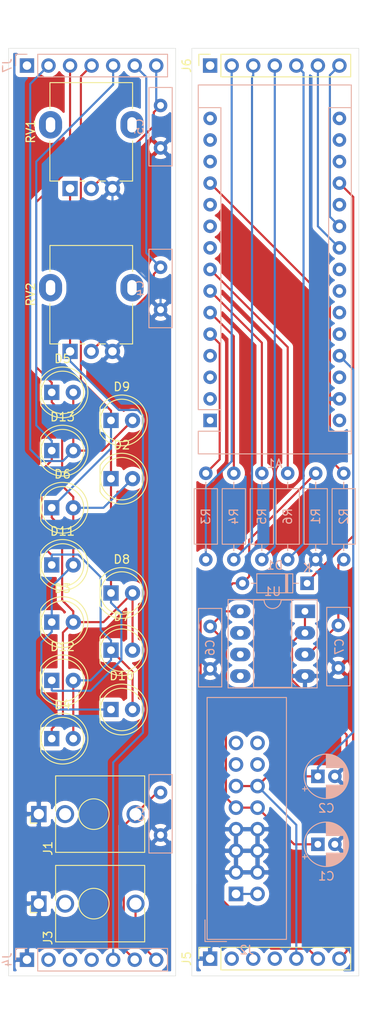
<source format=kicad_pcb>
(kicad_pcb (version 20171130) (host pcbnew "(5.1.2)-2")
  (layers (0 F.Cu signal) (31 B.Cu signal) (34 B.Paste user) (35 F.Paste user) (36 B.SilkS user) (37 F.SilkS user) (38 B.Mask user) (39 F.Mask user) (44 Edge.Cuts user))
  (net 0 "")
  (net 1 "Net-(A1-Pad16)")
  (net 2 "Net-(A1-Pad15)")
  (net 3 "Net-(A1-Pad30)")
  (net 4 "Net-(A1-Pad14)")
  (net 5 GND)
  (net 6 "Net-(A1-Pad13)")
  (net 7 "Net-(A1-Pad28)")
  (net 8 /QUANT_OUT)
  (net 9 +5V)
  (net 10 "Net-(A1-Pad11)")
  (net 11 "Net-(A1-Pad26)")
  (net 12 "Net-(A1-Pad10)")
  (net 13 "Net-(A1-Pad25)")
  (net 14 "Net-(A1-Pad9)")
  (net 15 "Net-(A1-Pad24)")
  (net 16 /LED_D)
  (net 17 "Net-(A1-Pad23)")
  (net 18 /LED_C)
  (net 19 /SCALE_SELECT)
  (net 20 /LED_B)
  (net 21 /NOTE_SELECT)
  (net 22 /LED_A)
  (net 23 "Net-(A1-Pad20)")
  (net 24 "Net-(A1-Pad4)")
  (net 25 /CV_IN)
  (net 26 "Net-(A1-Pad3)")
  (net 27 "Net-(A1-Pad18)")
  (net 28 "Net-(A1-Pad2)")
  (net 29 "Net-(A1-Pad17)")
  (net 30 "Net-(A1-Pad1)")
  (net 31 +12V)
  (net 32 "Net-(C7-Pad1)")
  (net 33 "Net-(J2-Pad16)")
  (net 34 "Net-(J2-Pad15)")
  (net 35 "Net-(J2-Pad14)")
  (net 36 "Net-(J2-Pad13)")
  (net 37 -12V)
  (net 38 /GND_PCB_B)
  (net 39 "Net-(J4-Pad4)")
  (net 40 "Net-(J4-Pad3)")
  (net 41 "Net-(J4-Pad2)")
  (net 42 "Net-(J5-Pad4)")
  (net 43 "Net-(J5-Pad3)")
  (net 44 "Net-(J5-Pad2)")
  (net 45 "Net-(J6-Pad1)")
  (net 46 "Net-(J7-Pad1)")
  (net 47 /Q_OUT_PCB_B)
  (net 48 /Q_OUT_PCB_A)
  (net 49 /CV_IN_PCB_A)
  (net 50 /CV_IN_PCB_B)
  (net 51 /5V_PCB_B)
  (net 52 /LED_D_PCB_B)
  (net 53 /LED_C_PCB_B)
  (net 54 /LED_A_PCB_B)
  (net 55 /LED_B_PCB_B)
  (net 56 "Net-(A1-Pad8)")
  (net 57 "Net-(A1-Pad7)")
  (net 58 "Net-(A1-Pad6)")
  (net 59 "Net-(A1-Pad5)")
  (net 60 /SCALE_SELECT_PCB_B)
  (net 61 /NOTE_SELECT_PCB_B)
  (module Connector_PinHeader_2.54mm:PinHeader_1x07_P2.54mm_Vertical (layer B.Cu) (at 49.784 36.322 270)
    (fp_text reference J7 (at 0 2.33 90) (layer B.SilkS) (effects (justify mirror)))
    (fp_text value Conn_01x07_Male)
    (pad 7 thru_hole oval (at 0 -15.24 270) (size 1.7 1.7) (drill 1) (layers *.Cu *.Mask) (net 61 /NOTE_SELECT_PCB_B))
    (pad 6 thru_hole oval (at 0 -12.7 270) (size 1.7 1.7) (drill 1) (layers *.Cu *.Mask) (net 60 /SCALE_SELECT_PCB_B))
    (pad 5 thru_hole oval (at 0 -10.16 270) (size 1.7 1.7) (drill 1) (layers *.Cu *.Mask) (net 52 /LED_D_PCB_B))
    (pad 4 thru_hole oval (at 0 -7.62 270) (size 1.7 1.7) (drill 1) (layers *.Cu *.Mask) (net 53 /LED_C_PCB_B))
    (pad 3 thru_hole oval (at 0 -5.08 270) (size 1.7 1.7) (drill 1) (layers *.Cu *.Mask) (net 55 /LED_B_PCB_B))
    (pad 2 thru_hole oval (at 0 -2.54 270) (size 1.7 1.7) (drill 1) (layers *.Cu *.Mask) (net 54 /LED_A_PCB_B))
    (pad 1 thru_hole rect (at 0 0 270) (size 1.7 1.7) (drill 1) (layers *.Cu *.Mask) (net 46 "Net-(J7-Pad1)"))
  )
  (module Connector_PinSocket_2.54mm:PinSocket_1x07_P2.54mm_Vertical (layer F.Cu) (at 71.374 36.322 90)
    (fp_text reference J6 (at 0 -2.77 90) (layer F.SilkS))
    (fp_text value Conn_01x07_Female)
    (pad 7 thru_hole oval (at 0 15.24 90) (size 1.7 1.7) (drill 1) (layers *.Cu *.Mask) (net 21 /NOTE_SELECT))
    (pad 6 thru_hole oval (at 0 12.7 90) (size 1.7 1.7) (drill 1) (layers *.Cu *.Mask) (net 19 /SCALE_SELECT))
    (pad 5 thru_hole oval (at 0 10.16 90) (size 1.7 1.7) (drill 1) (layers *.Cu *.Mask) (net 16 /LED_D))
    (pad 4 thru_hole oval (at 0 7.62 90) (size 1.7 1.7) (drill 1) (layers *.Cu *.Mask) (net 18 /LED_C))
    (pad 3 thru_hole oval (at 0 5.08 90) (size 1.7 1.7) (drill 1) (layers *.Cu *.Mask) (net 20 /LED_B))
    (pad 2 thru_hole oval (at 0 2.54 90) (size 1.7 1.7) (drill 1) (layers *.Cu *.Mask) (net 22 /LED_A))
    (pad 1 thru_hole rect (at 0 0 90) (size 1.7 1.7) (drill 1) (layers *.Cu *.Mask) (net 45 "Net-(J6-Pad1)"))
  )
  (module Connector_PinSocket_2.54mm:PinSocket_1x07_P2.54mm_Vertical (layer F.Cu) (at 71.374 141.478 90)
    (fp_text reference J5 (at 0 -2.77 90) (layer F.SilkS))
    (fp_text value Conn_01x07_Female)
    (pad 7 thru_hole oval (at 0 15.24 90) (size 1.7 1.7) (drill 1) (layers *.Cu *.Mask) (net 48 /Q_OUT_PCB_A))
    (pad 6 thru_hole oval (at 0 12.7 90) (size 1.7 1.7) (drill 1) (layers *.Cu *.Mask) (net 49 /CV_IN_PCB_A))
    (pad 5 thru_hole oval (at 0 10.16 90) (size 1.7 1.7) (drill 1) (layers *.Cu *.Mask) (net 9 +5V))
    (pad 4 thru_hole oval (at 0 7.62 90) (size 1.7 1.7) (drill 1) (layers *.Cu *.Mask) (net 42 "Net-(J5-Pad4)"))
    (pad 3 thru_hole oval (at 0 5.08 90) (size 1.7 1.7) (drill 1) (layers *.Cu *.Mask) (net 43 "Net-(J5-Pad3)"))
    (pad 2 thru_hole oval (at 0 2.54 90) (size 1.7 1.7) (drill 1) (layers *.Cu *.Mask) (net 44 "Net-(J5-Pad2)"))
    (pad 1 thru_hole rect (at 0 0 90) (size 1.7 1.7) (drill 1) (layers *.Cu *.Mask) (net 5 GND))
  )
  (module Connector_PinHeader_2.54mm:PinHeader_1x07_P2.54mm_Vertical (layer B.Cu) (at 49.784 141.605 270)
    (fp_text reference J4 (at 0 2.33 270) (layer B.SilkS) (effects (justify mirror)))
    (fp_text value Conn_01x07_Male)
    (pad 7 thru_hole oval (at 0 -15.24 270) (size 1.7 1.7) (drill 1) (layers *.Cu *.Mask) (net 47 /Q_OUT_PCB_B))
    (pad 6 thru_hole oval (at 0 -12.7 270) (size 1.7 1.7) (drill 1) (layers *.Cu *.Mask) (net 50 /CV_IN_PCB_B))
    (pad 5 thru_hole oval (at 0 -10.16 270) (size 1.7 1.7) (drill 1) (layers *.Cu *.Mask) (net 51 /5V_PCB_B))
    (pad 4 thru_hole oval (at 0 -7.62 270) (size 1.7 1.7) (drill 1) (layers *.Cu *.Mask) (net 39 "Net-(J4-Pad4)"))
    (pad 3 thru_hole oval (at 0 -5.08 270) (size 1.7 1.7) (drill 1) (layers *.Cu *.Mask) (net 40 "Net-(J4-Pad3)"))
    (pad 2 thru_hole oval (at 0 -2.54 270) (size 1.7 1.7) (drill 1) (layers *.Cu *.Mask) (net 41 "Net-(J4-Pad2)"))
    (pad 1 thru_hole rect (at 0 0 270) (size 1.7 1.7) (drill 1) (layers *.Cu *.Mask) (net 38 /GND_PCB_B))
  )
  (module Package_DIP:DIP-8_W7.62mm_Socket_LongPads (layer B.Cu) (at 82.55 100.584 180)
    (fp_text reference U1 (at 3.81 2.33) (layer B.SilkS) (effects (justify mirror)))
    (fp_text value LM358)
    (pad 8 thru_hole oval (at 7.62 0 180) (size 2.4 1.6) (drill 0.8) (layers *.Cu *.Mask) (net 31 +12V))
    (pad 4 thru_hole oval (at 0 -7.62 180) (size 2.4 1.6) (drill 0.8) (layers *.Cu *.Mask) (net 5 GND))
    (pad 7 thru_hole oval (at 7.62 -2.54 180) (size 2.4 1.6) (drill 0.8) (layers *.Cu *.Mask))
    (pad 3 thru_hole oval (at 0 -5.08 180) (size 2.4 1.6) (drill 0.8) (layers *.Cu *.Mask) (net 32 "Net-(C7-Pad1)"))
    (pad 6 thru_hole oval (at 7.62 -5.08 180) (size 2.4 1.6) (drill 0.8) (layers *.Cu *.Mask))
    (pad 2 thru_hole oval (at 0 -2.54 180) (size 2.4 1.6) (drill 0.8) (layers *.Cu *.Mask) (net 48 /Q_OUT_PCB_A))
    (pad 5 thru_hole oval (at 7.62 -7.62 180) (size 2.4 1.6) (drill 0.8) (layers *.Cu *.Mask))
    (pad 1 thru_hole rect (at 0 0 180) (size 2.4 1.6) (drill 0.8) (layers *.Cu *.Mask) (net 48 /Q_OUT_PCB_A))
  )
  (module Potentiometer_THT:Potentiometer_Alpha_RD901F-40-00D_Single_Vertical (layer F.Cu) (at 54.864 69.977 90)
    (fp_text reference RV2 (at 6.71 -4.64 270) (layer F.SilkS))
    (fp_text value "100k Scale")
    (pad "" thru_hole oval (at 7.5 -2.3 180) (size 2.72 3.24) (drill oval 1.1 1.8) (layers *.Cu *.Mask))
    (pad "" thru_hole oval (at 7.5 7.3 180) (size 2.72 3.24) (drill oval 1.1 1.8) (layers *.Cu *.Mask))
    (pad 3 thru_hole circle (at 0 5 180) (size 1.8 1.8) (drill 1) (layers *.Cu *.Mask) (net 38 /GND_PCB_B))
    (pad 2 thru_hole circle (at 0 2.5 180) (size 1.8 1.8) (drill 1) (layers *.Cu *.Mask) (net 60 /SCALE_SELECT_PCB_B))
    (pad 1 thru_hole rect (at 0 0 180) (size 1.8 1.8) (drill 1) (layers *.Cu *.Mask) (net 51 /5V_PCB_B))
  )
  (module Potentiometer_THT:Potentiometer_Alpha_RD901F-40-00D_Single_Vertical (layer F.Cu) (at 54.864 50.8 90)
    (fp_text reference RV1 (at 6.71 -4.64 270) (layer F.SilkS))
    (fp_text value "100k Note")
    (pad "" thru_hole oval (at 7.5 -2.3 180) (size 2.72 3.24) (drill oval 1.1 1.8) (layers *.Cu *.Mask))
    (pad "" thru_hole oval (at 7.5 7.3 180) (size 2.72 3.24) (drill oval 1.1 1.8) (layers *.Cu *.Mask))
    (pad 3 thru_hole circle (at 0 5 180) (size 1.8 1.8) (drill 1) (layers *.Cu *.Mask) (net 38 /GND_PCB_B))
    (pad 2 thru_hole circle (at 0 2.5 180) (size 1.8 1.8) (drill 1) (layers *.Cu *.Mask) (net 61 /NOTE_SELECT_PCB_B))
    (pad 1 thru_hole rect (at 0 0 180) (size 1.8 1.8) (drill 1) (layers *.Cu *.Mask) (net 51 /5V_PCB_B))
  )
  (module Resistor_THT:R_Axial_DIN0207_L6.3mm_D2.5mm_P10.16mm_Horizontal (layer B.Cu) (at 80.518 94.488 90)
    (fp_text reference R6 (at 5.08 0 270) (layer B.SilkS) (effects (justify mirror)))
    (fp_text value 330)
    (pad 2 thru_hole oval (at 10.16 0 90) (size 1.6 1.6) (drill 0.8) (layers *.Cu *.Mask) (net 56 "Net-(A1-Pad8)"))
    (pad 1 thru_hole circle (at 0 0 90) (size 1.6 1.6) (drill 0.8) (layers *.Cu *.Mask) (net 16 /LED_D))
  )
  (module Resistor_THT:R_Axial_DIN0207_L6.3mm_D2.5mm_P10.16mm_Horizontal (layer B.Cu) (at 77.47 94.488 90)
    (fp_text reference R5 (at 5.08 0 270) (layer B.SilkS) (effects (justify mirror)))
    (fp_text value 330)
    (pad 2 thru_hole oval (at 10.16 0 90) (size 1.6 1.6) (drill 0.8) (layers *.Cu *.Mask) (net 57 "Net-(A1-Pad7)"))
    (pad 1 thru_hole circle (at 0 0 90) (size 1.6 1.6) (drill 0.8) (layers *.Cu *.Mask) (net 18 /LED_C))
  )
  (module Resistor_THT:R_Axial_DIN0207_L6.3mm_D2.5mm_P10.16mm_Horizontal (layer B.Cu) (at 74.168 94.488 90)
    (fp_text reference R4 (at 5.08 0 270) (layer B.SilkS) (effects (justify mirror)))
    (fp_text value 330)
    (pad 2 thru_hole oval (at 10.16 0 90) (size 1.6 1.6) (drill 0.8) (layers *.Cu *.Mask) (net 58 "Net-(A1-Pad6)"))
    (pad 1 thru_hole circle (at 0 0 90) (size 1.6 1.6) (drill 0.8) (layers *.Cu *.Mask) (net 20 /LED_B))
  )
  (module Resistor_THT:R_Axial_DIN0207_L6.3mm_D2.5mm_P10.16mm_Horizontal (layer B.Cu) (at 70.866 94.488 90)
    (fp_text reference R3 (at 5.08 0 270) (layer B.SilkS) (effects (justify mirror)))
    (fp_text value 330)
    (pad 2 thru_hole oval (at 10.16 0 90) (size 1.6 1.6) (drill 0.8) (layers *.Cu *.Mask) (net 59 "Net-(A1-Pad5)"))
    (pad 1 thru_hole circle (at 0 0 90) (size 1.6 1.6) (drill 0.8) (layers *.Cu *.Mask) (net 22 /LED_A))
  )
  (module Resistor_THT:R_Axial_DIN0207_L6.3mm_D2.5mm_P10.16mm_Horizontal (layer B.Cu) (at 87.122 94.488 90)
    (fp_text reference R2 (at 5.08 0 90) (layer B.SilkS) (effects (justify mirror)))
    (fp_text value 10k)
    (pad 2 thru_hole oval (at 10.16 0 90) (size 1.6 1.6) (drill 0.8) (layers *.Cu *.Mask) (net 8 /QUANT_OUT))
    (pad 1 thru_hole circle (at 0 0 90) (size 1.6 1.6) (drill 0.8) (layers *.Cu *.Mask) (net 32 "Net-(C7-Pad1)"))
  )
  (module Resistor_THT:R_Axial_DIN0207_L6.3mm_D2.5mm_P10.16mm_Horizontal (layer B.Cu) (at 83.82 94.488 90)
    (fp_text reference R1 (at 5.08 0 270) (layer B.SilkS) (effects (justify mirror)))
    (fp_text value 10k)
    (pad 2 thru_hole oval (at 10.16 0 90) (size 1.6 1.6) (drill 0.8) (layers *.Cu *.Mask) (net 49 /CV_IN_PCB_A))
    (pad 1 thru_hole circle (at 0 0 90) (size 1.6 1.6) (drill 0.8) (layers *.Cu *.Mask) (net 5 GND))
  )
  (module Connector_Audio:Jack_3.5mm_QingPu_WQP-PJ398SM_Vertical_CircularHoles (layer F.Cu) (at 51.181 135.001 90)
    (fp_text reference J3 (at -4.03 1.08 270) (layer F.SilkS))
    (fp_text value "QUANTIZE OUT")
    (pad T thru_hole circle (at 0 11.4 270) (size 2.13 2.13) (drill 1.43) (layers *.Cu *.Mask) (net 47 /Q_OUT_PCB_B))
    (pad S thru_hole rect (at 0 0 270) (size 1.93 1.83) (drill 1.22) (layers *.Cu *.Mask) (net 38 /GND_PCB_B))
    (pad TN thru_hole circle (at 0 3.1 270) (size 2.13 2.13) (drill 1.42) (layers *.Cu *.Mask))
  )
  (module Connector_IDC:IDC-Header_2x08_P2.54mm_Vertical (layer B.Cu) (at 74.422 133.858)
    (fp_text reference J2 (at 1.27 6.604) (layer B.SilkS) (effects (justify mirror)))
    (fp_text value Conn_02x08_Odd_Even)
    (pad 16 thru_hole oval (at 2.54 -17.78) (size 1.7272 1.7272) (drill 1.016) (layers *.Cu *.Mask) (net 33 "Net-(J2-Pad16)"))
    (pad 15 thru_hole oval (at 0 -17.78) (size 1.7272 1.7272) (drill 1.016) (layers *.Cu *.Mask) (net 34 "Net-(J2-Pad15)"))
    (pad 14 thru_hole oval (at 2.54 -15.24) (size 1.7272 1.7272) (drill 1.016) (layers *.Cu *.Mask) (net 35 "Net-(J2-Pad14)"))
    (pad 13 thru_hole oval (at 0 -15.24) (size 1.7272 1.7272) (drill 1.016) (layers *.Cu *.Mask) (net 36 "Net-(J2-Pad13)"))
    (pad 12 thru_hole oval (at 2.54 -12.7) (size 1.7272 1.7272) (drill 1.016) (layers *.Cu *.Mask) (net 9 +5V))
    (pad 11 thru_hole oval (at 0 -12.7) (size 1.7272 1.7272) (drill 1.016) (layers *.Cu *.Mask) (net 9 +5V))
    (pad 10 thru_hole oval (at 2.54 -10.16) (size 1.7272 1.7272) (drill 1.016) (layers *.Cu *.Mask) (net 31 +12V))
    (pad 9 thru_hole oval (at 0 -10.16) (size 1.7272 1.7272) (drill 1.016) (layers *.Cu *.Mask) (net 31 +12V))
    (pad 8 thru_hole oval (at 2.54 -7.62) (size 1.7272 1.7272) (drill 1.016) (layers *.Cu *.Mask) (net 5 GND))
    (pad 7 thru_hole oval (at 0 -7.62) (size 1.7272 1.7272) (drill 1.016) (layers *.Cu *.Mask) (net 5 GND))
    (pad 6 thru_hole oval (at 2.54 -5.08) (size 1.7272 1.7272) (drill 1.016) (layers *.Cu *.Mask) (net 5 GND))
    (pad 5 thru_hole oval (at 0 -5.08) (size 1.7272 1.7272) (drill 1.016) (layers *.Cu *.Mask) (net 5 GND))
    (pad 4 thru_hole oval (at 2.54 -2.54) (size 1.7272 1.7272) (drill 1.016) (layers *.Cu *.Mask) (net 5 GND))
    (pad 3 thru_hole oval (at 0 -2.54) (size 1.7272 1.7272) (drill 1.016) (layers *.Cu *.Mask) (net 5 GND))
    (pad 2 thru_hole oval (at 2.54 0) (size 1.7272 1.7272) (drill 1.016) (layers *.Cu *.Mask) (net 37 -12V))
    (pad 1 thru_hole rect (at 0 0) (size 1.7272 1.7272) (drill 1.016) (layers *.Cu *.Mask) (net 37 -12V))
  )
  (module Connector_Audio:Jack_3.5mm_QingPu_WQP-PJ398SM_Vertical_CircularHoles (layer F.Cu) (at 51.181 124.46 90)
    (fp_text reference J1 (at -4.03 1.08 270) (layer F.SilkS))
    (fp_text value "CV IN")
    (pad T thru_hole circle (at 0 11.4 270) (size 2.13 2.13) (drill 1.43) (layers *.Cu *.Mask) (net 50 /CV_IN_PCB_B))
    (pad S thru_hole rect (at 0 0 270) (size 1.93 1.83) (drill 1.22) (layers *.Cu *.Mask) (net 38 /GND_PCB_B))
    (pad TN thru_hole circle (at 0 3.1 270) (size 2.13 2.13) (drill 1.42) (layers *.Cu *.Mask))
  )
  (module LED_THT:LED_D5.0mm (layer F.Cu) (at 52.705 81.661)
    (fp_text reference D13 (at 1.27 -3.96) (layer F.SilkS))
    (fp_text value "LED 2")
    (pad 2 thru_hole circle (at 2.54 0) (size 1.8 1.8) (drill 0.9) (layers *.Cu *.Mask) (net 54 /LED_A_PCB_B))
    (pad 1 thru_hole rect (at 0 0) (size 1.8 1.8) (drill 0.9) (layers *.Cu *.Mask) (net 52 /LED_D_PCB_B))
  )
  (module LED_THT:LED_D5.0mm (layer F.Cu) (at 52.705 108.712)
    (fp_text reference D12 (at 1.27 -3.96) (layer F.SilkS))
    (fp_text value "LED 9")
    (pad 2 thru_hole circle (at 2.54 0) (size 1.8 1.8) (drill 0.9) (layers *.Cu *.Mask) (net 52 /LED_D_PCB_B))
    (pad 1 thru_hole rect (at 0 0) (size 1.8 1.8) (drill 0.9) (layers *.Cu *.Mask) (net 54 /LED_A_PCB_B))
  )
  (module LED_THT:LED_D5.0mm (layer F.Cu) (at 52.705 95.123)
    (fp_text reference D11 (at 1.27 -3.96) (layer F.SilkS))
    (fp_text value "LED 5")
    (pad 2 thru_hole circle (at 2.54 0) (size 1.8 1.8) (drill 0.9) (layers *.Cu *.Mask) (net 55 /LED_B_PCB_B))
    (pad 1 thru_hole rect (at 0 0) (size 1.8 1.8) (drill 0.9) (layers *.Cu *.Mask) (net 52 /LED_D_PCB_B))
  )
  (module LED_THT:LED_D5.0mm (layer F.Cu) (at 59.69 112.141)
    (fp_text reference D10 (at 1.27 -3.96) (layer F.SilkS))
    (fp_text value "LED 10")
    (pad 2 thru_hole circle (at 2.54 0) (size 1.8 1.8) (drill 0.9) (layers *.Cu *.Mask) (net 52 /LED_D_PCB_B))
    (pad 1 thru_hole rect (at 0 0) (size 1.8 1.8) (drill 0.9) (layers *.Cu *.Mask) (net 55 /LED_B_PCB_B))
  )
  (module LED_THT:LED_D5.0mm (layer F.Cu) (at 59.69 78.105)
    (fp_text reference D9 (at 1.27 -3.96) (layer F.SilkS))
    (fp_text value "LED 1")
    (pad 2 thru_hole circle (at 2.54 0) (size 1.8 1.8) (drill 0.9) (layers *.Cu *.Mask) (net 54 /LED_A_PCB_B))
    (pad 1 thru_hole rect (at 0 0) (size 1.8 1.8) (drill 0.9) (layers *.Cu *.Mask) (net 53 /LED_C_PCB_B))
  )
  (module LED_THT:LED_D5.0mm (layer F.Cu) (at 59.69 98.425)
    (fp_text reference D8 (at 1.27 -3.96) (layer F.SilkS))
    (fp_text value "LED 6")
    (pad 2 thru_hole circle (at 2.54 0) (size 1.8 1.8) (drill 0.9) (layers *.Cu *.Mask) (net 53 /LED_C_PCB_B))
    (pad 1 thru_hole rect (at 0 0) (size 1.8 1.8) (drill 0.9) (layers *.Cu *.Mask) (net 54 /LED_A_PCB_B))
  )
  (module LED_THT:LED_D5.0mm (layer F.Cu) (at 59.69 105.156)
    (fp_text reference D7 (at 1.27 -3.96) (layer F.SilkS))
    (fp_text value "LED 8")
    (pad 2 thru_hole circle (at 2.54 0) (size 1.8 1.8) (drill 0.9) (layers *.Cu *.Mask) (net 53 /LED_C_PCB_B))
    (pad 1 thru_hole rect (at 0 0) (size 1.8 1.8) (drill 0.9) (layers *.Cu *.Mask) (net 52 /LED_D_PCB_B))
  )
  (module LED_THT:LED_D5.0mm (layer F.Cu) (at 52.705 88.392)
    (fp_text reference D6 (at 1.27 -3.96) (layer F.SilkS))
    (fp_text value "LED 4")
    (pad 2 thru_hole circle (at 2.54 0) (size 1.8 1.8) (drill 0.9) (layers *.Cu *.Mask) (net 55 /LED_B_PCB_B))
    (pad 1 thru_hole rect (at 0 0) (size 1.8 1.8) (drill 0.9) (layers *.Cu *.Mask) (net 53 /LED_C_PCB_B))
  )
  (module LED_THT:LED_D5.0mm (layer F.Cu) (at 52.705 74.803)
    (fp_text reference D5 (at 1.27 -3.96) (layer F.SilkS))
    (fp_text value "LED 0")
    (pad 2 thru_hole circle (at 2.54 0) (size 1.8 1.8) (drill 0.9) (layers *.Cu *.Mask) (net 54 /LED_A_PCB_B))
    (pad 1 thru_hole rect (at 0 0) (size 1.8 1.8) (drill 0.9) (layers *.Cu *.Mask) (net 55 /LED_B_PCB_B))
  )
  (module LED_THT:LED_D5.0mm (layer F.Cu) (at 52.705 115.57)
    (fp_text reference D4 (at 1.27 -3.96) (layer F.SilkS))
    (fp_text value "LED 11")
    (pad 2 thru_hole circle (at 2.54 0) (size 1.8 1.8) (drill 0.9) (layers *.Cu *.Mask) (net 52 /LED_D_PCB_B))
    (pad 1 thru_hole rect (at 0 0) (size 1.8 1.8) (drill 0.9) (layers *.Cu *.Mask) (net 53 /LED_C_PCB_B))
  )
  (module LED_THT:LED_D5.0mm (layer F.Cu) (at 52.705 101.854)
    (fp_text reference D3 (at 1.27 -3.96) (layer F.SilkS))
    (fp_text value "LED 7")
    (pad 2 thru_hole circle (at 2.54 0) (size 1.8 1.8) (drill 0.9) (layers *.Cu *.Mask) (net 53 /LED_C_PCB_B))
    (pad 1 thru_hole rect (at 0 0) (size 1.8 1.8) (drill 0.9) (layers *.Cu *.Mask) (net 55 /LED_B_PCB_B))
  )
  (module LED_THT:LED_D5.0mm (layer F.Cu) (at 59.69 84.963)
    (fp_text reference D2 (at 1.27 -3.96) (layer F.SilkS))
    (fp_text value "LED 3")
    (pad 2 thru_hole circle (at 2.54 0) (size 1.8 1.8) (drill 0.9) (layers *.Cu *.Mask) (net 55 /LED_B_PCB_B))
    (pad 1 thru_hole rect (at 0 0) (size 1.8 1.8) (drill 0.9) (layers *.Cu *.Mask) (net 54 /LED_A_PCB_B))
  )
  (module Diode_THT:D_DO-35_SOD27_P7.62mm_Horizontal (layer B.Cu) (at 82.804 97.282 180)
    (fp_text reference D1 (at 3.81 2.12) (layer B.SilkS) (effects (justify mirror)))
    (fp_text value 1N4148)
    (fp_text user K (at 0 1.8) (layer B.SilkS) (effects (justify mirror)))
    (pad 2 thru_hole oval (at 7.62 0 180) (size 1.6 1.6) (drill 0.8) (layers *.Cu *.Mask) (net 49 /CV_IN_PCB_A))
    (pad 1 thru_hole rect (at 0 0 180) (size 1.6 1.6) (drill 0.8) (layers *.Cu *.Mask) (net 25 /CV_IN))
  )
  (module Capacitor_THT:C_Disc_D9.0mm_W2.5mm_P5.00mm (layer B.Cu) (at 86.487 102.235 270)
    (fp_text reference C7 (at 2.5 -0.127 90) (layer B.SilkS) (effects (justify mirror)))
    (fp_text value 100nf)
    (pad 2 thru_hole circle (at 5 0 270) (size 1.6 1.6) (drill 0.8) (layers *.Cu *.Mask) (net 5 GND))
    (pad 1 thru_hole circle (at 0 0 270) (size 1.6 1.6) (drill 0.8) (layers *.Cu *.Mask) (net 32 "Net-(C7-Pad1)"))
  )
  (module Capacitor_THT:C_Disc_D9.0mm_W2.5mm_P5.00mm (layer B.Cu) (at 71.374 102.362 270)
    (fp_text reference C6 (at 2.5 0 90) (layer B.SilkS) (effects (justify mirror)))
    (fp_text value 100nf)
    (pad 2 thru_hole circle (at 5 0 270) (size 1.6 1.6) (drill 0.8) (layers *.Cu *.Mask) (net 5 GND))
    (pad 1 thru_hole circle (at 0 0 270) (size 1.6 1.6) (drill 0.8) (layers *.Cu *.Mask) (net 31 +12V))
  )
  (module Capacitor_THT:C_Disc_D9.0mm_W2.5mm_P5.00mm (layer B.Cu) (at 65.532 41.021 270)
    (fp_text reference C5 (at 2.5 2.5 270) (layer B.SilkS) (effects (justify mirror)))
    (fp_text value 100nf)
    (pad 2 thru_hole circle (at 5 0 270) (size 1.6 1.6) (drill 0.8) (layers *.Cu *.Mask) (net 38 /GND_PCB_B))
    (pad 1 thru_hole circle (at 0 0 270) (size 1.6 1.6) (drill 0.8) (layers *.Cu *.Mask) (net 61 /NOTE_SELECT_PCB_B))
  )
  (module Capacitor_THT:C_Disc_D9.0mm_W2.5mm_P5.00mm (layer B.Cu) (at 65.532 60.071 270)
    (fp_text reference C4 (at 2.5 2.5 270) (layer B.SilkS) (effects (justify mirror)))
    (fp_text value 100nf)
    (pad 2 thru_hole circle (at 5 0 270) (size 1.6 1.6) (drill 0.8) (layers *.Cu *.Mask) (net 38 /GND_PCB_B))
    (pad 1 thru_hole circle (at 0 0 270) (size 1.6 1.6) (drill 0.8) (layers *.Cu *.Mask) (net 60 /SCALE_SELECT_PCB_B))
  )
  (module Capacitor_THT:C_Disc_D9.0mm_W2.5mm_P5.00mm (layer B.Cu) (at 65.532 121.92 270)
    (fp_text reference C3 (at 2.5 2.5 90) (layer B.SilkS) (effects (justify mirror)))
    (fp_text value 100nf)
    (pad 2 thru_hole circle (at 5 0 270) (size 1.6 1.6) (drill 0.8) (layers *.Cu *.Mask) (net 38 /GND_PCB_B))
    (pad 1 thru_hole circle (at 0 0 270) (size 1.6 1.6) (drill 0.8) (layers *.Cu *.Mask) (net 50 /CV_IN_PCB_B))
  )
  (module Capacitor_THT:CP_Radial_D5.0mm_P2.00mm (layer B.Cu) (at 84.074 120.015)
    (fp_text reference C2 (at 1 3.75) (layer B.SilkS) (effects (justify mirror)))
    (fp_text value 10uf)
    (pad 2 thru_hole circle (at 2 0) (size 1.6 1.6) (drill 0.8) (layers *.Cu *.Mask) (net 5 GND))
    (pad 1 thru_hole rect (at 0 0) (size 1.6 1.6) (drill 0.8) (layers *.Cu *.Mask) (net 9 +5V))
  )
  (module Capacitor_THT:CP_Radial_D5.0mm_P2.00mm (layer B.Cu) (at 84.074 128.016)
    (fp_text reference C1 (at 1 3.75) (layer B.SilkS) (effects (justify mirror)))
    (fp_text value 10uf)
    (pad 2 thru_hole circle (at 2 0) (size 1.6 1.6) (drill 0.8) (layers *.Cu *.Mask) (net 5 GND))
    (pad 1 thru_hole rect (at 0 0) (size 1.6 1.6) (drill 0.8) (layers *.Cu *.Mask) (net 31 +12V))
  )
  (module Module:Arduino_Nano (layer B.Cu) (at 71.374 78.105)
    (fp_text reference A1 (at 7.62 5.08) (layer B.SilkS) (effects (justify mirror)))
    (fp_text value Arduino_Nano_v3.x)
    (pad 16 thru_hole oval (at 15.24 -35.56) (size 1.6 1.6) (drill 0.8) (layers *.Cu *.Mask) (net 1 "Net-(A1-Pad16)"))
    (pad 15 thru_hole oval (at 0 -35.56) (size 1.6 1.6) (drill 0.8) (layers *.Cu *.Mask) (net 2 "Net-(A1-Pad15)"))
    (pad 30 thru_hole oval (at 15.24 0) (size 1.6 1.6) (drill 0.8) (layers *.Cu *.Mask) (net 3 "Net-(A1-Pad30)"))
    (pad 14 thru_hole oval (at 0 -33.02) (size 1.6 1.6) (drill 0.8) (layers *.Cu *.Mask) (net 4 "Net-(A1-Pad14)"))
    (pad 29 thru_hole oval (at 15.24 -2.54) (size 1.6 1.6) (drill 0.8) (layers *.Cu *.Mask) (net 5 GND))
    (pad 13 thru_hole oval (at 0 -30.48) (size 1.6 1.6) (drill 0.8) (layers *.Cu *.Mask) (net 6 "Net-(A1-Pad13)"))
    (pad 28 thru_hole oval (at 15.24 -5.08) (size 1.6 1.6) (drill 0.8) (layers *.Cu *.Mask) (net 7 "Net-(A1-Pad28)"))
    (pad 12 thru_hole oval (at 0 -27.94) (size 1.6 1.6) (drill 0.8) (layers *.Cu *.Mask) (net 8 /QUANT_OUT))
    (pad 27 thru_hole oval (at 15.24 -7.62) (size 1.6 1.6) (drill 0.8) (layers *.Cu *.Mask) (net 9 +5V))
    (pad 11 thru_hole oval (at 0 -25.4) (size 1.6 1.6) (drill 0.8) (layers *.Cu *.Mask) (net 10 "Net-(A1-Pad11)"))
    (pad 26 thru_hole oval (at 15.24 -10.16) (size 1.6 1.6) (drill 0.8) (layers *.Cu *.Mask) (net 11 "Net-(A1-Pad26)"))
    (pad 10 thru_hole oval (at 0 -22.86) (size 1.6 1.6) (drill 0.8) (layers *.Cu *.Mask) (net 12 "Net-(A1-Pad10)"))
    (pad 25 thru_hole oval (at 15.24 -12.7) (size 1.6 1.6) (drill 0.8) (layers *.Cu *.Mask) (net 13 "Net-(A1-Pad25)"))
    (pad 9 thru_hole oval (at 0 -20.32) (size 1.6 1.6) (drill 0.8) (layers *.Cu *.Mask) (net 14 "Net-(A1-Pad9)"))
    (pad 24 thru_hole oval (at 15.24 -15.24) (size 1.6 1.6) (drill 0.8) (layers *.Cu *.Mask) (net 15 "Net-(A1-Pad24)"))
    (pad 8 thru_hole oval (at 0 -17.78) (size 1.6 1.6) (drill 0.8) (layers *.Cu *.Mask) (net 56 "Net-(A1-Pad8)"))
    (pad 23 thru_hole oval (at 15.24 -17.78) (size 1.6 1.6) (drill 0.8) (layers *.Cu *.Mask) (net 17 "Net-(A1-Pad23)"))
    (pad 7 thru_hole oval (at 0 -15.24) (size 1.6 1.6) (drill 0.8) (layers *.Cu *.Mask) (net 57 "Net-(A1-Pad7)"))
    (pad 22 thru_hole oval (at 15.24 -20.32) (size 1.6 1.6) (drill 0.8) (layers *.Cu *.Mask) (net 19 /SCALE_SELECT))
    (pad 6 thru_hole oval (at 0 -12.7) (size 1.6 1.6) (drill 0.8) (layers *.Cu *.Mask) (net 58 "Net-(A1-Pad6)"))
    (pad 21 thru_hole oval (at 15.24 -22.86) (size 1.6 1.6) (drill 0.8) (layers *.Cu *.Mask) (net 21 /NOTE_SELECT))
    (pad 5 thru_hole oval (at 0 -10.16) (size 1.6 1.6) (drill 0.8) (layers *.Cu *.Mask) (net 59 "Net-(A1-Pad5)"))
    (pad 20 thru_hole oval (at 15.24 -25.4) (size 1.6 1.6) (drill 0.8) (layers *.Cu *.Mask) (net 23 "Net-(A1-Pad20)"))
    (pad 4 thru_hole oval (at 0 -7.62) (size 1.6 1.6) (drill 0.8) (layers *.Cu *.Mask) (net 24 "Net-(A1-Pad4)"))
    (pad 19 thru_hole oval (at 15.24 -27.94) (size 1.6 1.6) (drill 0.8) (layers *.Cu *.Mask) (net 25 /CV_IN))
    (pad 3 thru_hole oval (at 0 -5.08) (size 1.6 1.6) (drill 0.8) (layers *.Cu *.Mask) (net 26 "Net-(A1-Pad3)"))
    (pad 18 thru_hole oval (at 15.24 -30.48) (size 1.6 1.6) (drill 0.8) (layers *.Cu *.Mask) (net 27 "Net-(A1-Pad18)"))
    (pad 2 thru_hole oval (at 0 -2.54) (size 1.6 1.6) (drill 0.8) (layers *.Cu *.Mask) (net 28 "Net-(A1-Pad2)"))
    (pad 17 thru_hole oval (at 15.24 -33.02) (size 1.6 1.6) (drill 0.8) (layers *.Cu *.Mask) (net 29 "Net-(A1-Pad17)"))
    (pad 1 thru_hole rect (at 0 0) (size 1.6 1.6) (drill 0.8) (layers *.Cu *.Mask) (net 30 "Net-(A1-Pad1)"))
  )
  (gr_line (start 88.9 34.29) (end 86.36 34.29) (layer Edge.Cuts) (width 0.05))
  (gr_line (start 88.9 143.51) (end 88.9 34.29) (layer Edge.Cuts) (width 0.05))
  (gr_line (start 69.215 143.51) (end 88.9 143.51) (layer Edge.Cuts) (width 0.05))
  (gr_line (start 69.215 34.29) (end 69.215 143.51) (layer Edge.Cuts) (width 0.05))
  (gr_line (start 69.215 34.29) (end 86.36 34.29) (layer Edge.Cuts) (width 0.05))
  (gr_line (start 67.31 34.29) (end 47.625 34.29) (layer Edge.Cuts) (width 0.05))
  (gr_line (start 67.31 143.51) (end 67.31 34.29) (layer Edge.Cuts) (width 0.05))
  (gr_line (start 47.625 143.51) (end 67.31 143.51) (layer Edge.Cuts) (width 0.05))
  (gr_line (start 47.625 34.29) (end 47.625 143.51) (layer Edge.Cuts) (width 0.05))
  (segment (start 72.173999 50.964999) (end 71.374 50.165) (width 0.25) (layer F.Cu) (net 8))
  (segment (start 85.488999 64.279999) (end 72.173999 50.964999) (width 0.25) (layer F.Cu) (net 8))
  (segment (start 85.488999 82.694999) (end 85.488999 64.279999) (width 0.25) (layer F.Cu) (net 8))
  (segment (start 87.122 84.328) (end 85.488999 82.694999) (width 0.25) (layer F.Cu) (net 8))
  (segment (start 54.864 51.95) (end 54.864 69.977) (width 0.25) (layer F.Cu) (net 51))
  (segment (start 54.864 50.8) (end 54.864 51.95) (width 0.25) (layer F.Cu) (net 51))
  (segment (start 78.105 120.015) (end 76.962 121.158) (width 0.25) (layer F.Cu) (net 9))
  (segment (start 84.074 120.015) (end 78.105 120.015) (width 0.25) (layer F.Cu) (net 9))
  (segment (start 76.962 121.158) (end 74.422 121.158) (width 0.25) (layer F.Cu) (net 9))
  (segment (start 81.534 125.73) (end 81.534 141.478) (width 0.25) (layer B.Cu) (net 9))
  (segment (start 76.962 121.158) (end 81.534 125.73) (width 0.25) (layer B.Cu) (net 9))
  (segment (start 84.074 118.965) (end 85.361999 117.677001) (width 0.25) (layer B.Cu) (net 9))
  (segment (start 84.074 118.965) (end 84.074 120.015) (width 0.25) (layer B.Cu) (net 9))
  (segment (start 88.247001 114.791999) (end 84.074 118.965) (width 0.25) (layer B.Cu) (net 9))
  (segment (start 88.247001 72.118001) (end 88.247001 114.791999) (width 0.25) (layer B.Cu) (net 9))
  (segment (start 86.614 70.485) (end 88.247001 72.118001) (width 0.25) (layer B.Cu) (net 9))
  (segment (start 81.317999 93.688001) (end 80.518 94.488) (width 0.25) (layer B.Cu) (net 16))
  (segment (start 82.383999 92.622001) (end 81.317999 93.688001) (width 0.25) (layer B.Cu) (net 16))
  (segment (start 82.383999 37.171999) (end 82.383999 92.622001) (width 0.25) (layer B.Cu) (net 16))
  (segment (start 81.534 36.322) (end 82.383999 37.171999) (width 0.25) (layer B.Cu) (net 16))
  (segment (start 78.994 92.964) (end 78.994 36.322) (width 0.25) (layer B.Cu) (net 18))
  (segment (start 77.47 94.488) (end 78.994 92.964) (width 0.25) (layer B.Cu) (net 18))
  (segment (start 84.074 55.245) (end 84.074 36.322) (width 0.25) (layer B.Cu) (net 19))
  (segment (start 86.614 57.785) (end 84.074 55.245) (width 0.25) (layer B.Cu) (net 19))
  (segment (start 74.967999 93.688001) (end 74.168 94.488) (width 0.25) (layer B.Cu) (net 20))
  (segment (start 76.309001 92.346999) (end 74.967999 93.688001) (width 0.25) (layer B.Cu) (net 20))
  (segment (start 76.309001 37.66908) (end 76.309001 92.346999) (width 0.25) (layer B.Cu) (net 20))
  (segment (start 76.454 37.524081) (end 76.309001 37.66908) (width 0.25) (layer B.Cu) (net 20))
  (segment (start 76.454 36.322) (end 76.454 37.524081) (width 0.25) (layer B.Cu) (net 20))
  (segment (start 85.814001 54.445001) (end 86.614 55.245) (width 0.25) (layer B.Cu) (net 21))
  (segment (start 85.488999 54.119999) (end 85.814001 54.445001) (width 0.25) (layer B.Cu) (net 21))
  (segment (start 85.488999 37.447001) (end 85.488999 54.119999) (width 0.25) (layer B.Cu) (net 21))
  (segment (start 86.614 36.322) (end 85.488999 37.447001) (width 0.25) (layer B.Cu) (net 21))
  (segment (start 73.914 37.524081) (end 73.914 36.322) (width 0.25) (layer B.Cu) (net 22))
  (segment (start 73.914 82.916998) (end 73.914 37.524081) (width 0.25) (layer B.Cu) (net 22))
  (segment (start 70.866 85.964998) (end 73.914 82.916998) (width 0.25) (layer B.Cu) (net 22))
  (segment (start 70.866 94.488) (end 70.866 85.964998) (width 0.25) (layer B.Cu) (net 22))
  (segment (start 80.518 69.469) (end 80.518 84.328) (width 0.25) (layer F.Cu) (net 56))
  (segment (start 71.374 60.325) (end 80.518 69.469) (width 0.25) (layer F.Cu) (net 56))
  (segment (start 77.47 68.961) (end 71.374 62.865) (width 0.25) (layer F.Cu) (net 57))
  (segment (start 77.47 84.328) (end 77.47 68.961) (width 0.25) (layer F.Cu) (net 57))
  (segment (start 58.263999 69.077001) (end 57.364 69.977) (width 0.25) (layer F.Cu) (net 60))
  (segment (start 64.732001 62.608999) (end 58.263999 69.077001) (width 0.25) (layer F.Cu) (net 60))
  (segment (start 64.732001 60.870999) (end 64.732001 62.608999) (width 0.25) (layer F.Cu) (net 60))
  (segment (start 65.532 60.071) (end 64.732001 60.870999) (width 0.25) (layer F.Cu) (net 60))
  (segment (start 74.168 68.199) (end 74.168 84.328) (width 0.25) (layer F.Cu) (net 58))
  (segment (start 71.374 65.405) (end 74.168 68.199) (width 0.25) (layer F.Cu) (net 58))
  (segment (start 58.263999 49.900001) (end 57.364 50.8) (width 0.25) (layer F.Cu) (net 61))
  (segment (start 64.732001 43.431999) (end 58.263999 49.900001) (width 0.25) (layer F.Cu) (net 61))
  (segment (start 64.732001 41.820999) (end 64.732001 43.431999) (width 0.25) (layer F.Cu) (net 61))
  (segment (start 65.532 41.021) (end 64.732001 41.820999) (width 0.25) (layer F.Cu) (net 61))
  (segment (start 72.173999 68.744999) (end 71.374 67.945) (width 0.25) (layer F.Cu) (net 59))
  (segment (start 72.499001 69.070001) (end 72.173999 68.744999) (width 0.25) (layer F.Cu) (net 59))
  (segment (start 72.499001 82.694999) (end 72.499001 69.070001) (width 0.25) (layer F.Cu) (net 59))
  (segment (start 70.866 84.328) (end 72.499001 82.694999) (width 0.25) (layer F.Cu) (net 59))
  (segment (start 82.804 97.140998) (end 82.804 97.282) (width 0.25) (layer F.Cu) (net 25))
  (segment (start 88.247001 91.697997) (end 82.804 97.140998) (width 0.25) (layer F.Cu) (net 25))
  (segment (start 88.247001 51.798001) (end 88.247001 91.697997) (width 0.25) (layer F.Cu) (net 25))
  (segment (start 86.614 50.165) (end 88.247001 51.798001) (width 0.25) (layer F.Cu) (net 25))
  (segment (start 74.422 123.698) (end 76.962 123.698) (width 0.25) (layer F.Cu) (net 31))
  (segment (start 73.152 100.584) (end 74.93 100.584) (width 0.25) (layer F.Cu) (net 31))
  (segment (start 71.374 102.362) (end 73.152 100.584) (width 0.25) (layer F.Cu) (net 31))
  (segment (start 81.28 128.016) (end 76.962 123.698) (width 0.25) (layer F.Cu) (net 31))
  (segment (start 84.074 128.016) (end 81.28 128.016) (width 0.25) (layer F.Cu) (net 31))
  (segment (start 72.173999 103.161999) (end 71.374 102.362) (width 0.25) (layer F.Cu) (net 31))
  (segment (start 73.233399 104.221399) (end 72.173999 103.161999) (width 0.25) (layer F.Cu) (net 31))
  (segment (start 73.233399 122.509399) (end 73.233399 104.221399) (width 0.25) (layer F.Cu) (net 31))
  (segment (start 74.422 123.698) (end 73.233399 122.509399) (width 0.25) (layer F.Cu) (net 31))
  (segment (start 75.983999 96.482001) (end 75.184 97.282) (width 0.25) (layer F.Cu) (net 49))
  (segment (start 75.983999 92.164001) (end 75.983999 96.482001) (width 0.25) (layer F.Cu) (net 49))
  (segment (start 83.82 84.328) (end 75.983999 92.164001) (width 0.25) (layer F.Cu) (net 49))
  (segment (start 65.121 121.92) (end 65.532 121.92) (width 0.25) (layer F.Cu) (net 50))
  (segment (start 62.581 124.46) (end 65.121 121.92) (width 0.25) (layer F.Cu) (net 50))
  (segment (start 86.379 102.235) (end 86.487 102.235) (width 0.25) (layer F.Cu) (net 32))
  (segment (start 82.95 105.664) (end 86.379 102.235) (width 0.25) (layer F.Cu) (net 32))
  (segment (start 82.55 105.664) (end 82.95 105.664) (width 0.25) (layer F.Cu) (net 32))
  (segment (start 86.487 95.123) (end 87.122 94.488) (width 0.25) (layer F.Cu) (net 32))
  (segment (start 86.487 102.235) (end 86.487 95.123) (width 0.25) (layer F.Cu) (net 32))
  (segment (start 55.245 88.392) (end 55.245 95.123) (width 0.25) (layer F.Cu) (net 55))
  (segment (start 52.705 75.953) (end 52.705 74.803) (width 0.25) (layer F.Cu) (net 55))
  (segment (start 53.930001 77.178001) (end 52.705 75.953) (width 0.25) (layer F.Cu) (net 55))
  (segment (start 53.930001 85.804209) (end 53.930001 77.178001) (width 0.25) (layer F.Cu) (net 55))
  (segment (start 55.245 87.119208) (end 53.930001 85.804209) (width 0.25) (layer F.Cu) (net 55))
  (segment (start 55.245 88.392) (end 55.245 87.119208) (width 0.25) (layer F.Cu) (net 55))
  (segment (start 58.801 88.392) (end 62.23 84.963) (width 0.25) (layer B.Cu) (net 55))
  (segment (start 55.245 88.392) (end 58.801 88.392) (width 0.25) (layer B.Cu) (net 55))
  (segment (start 52.705 97.663) (end 55.245 95.123) (width 0.25) (layer B.Cu) (net 55))
  (segment (start 52.705 101.854) (end 52.705 97.663) (width 0.25) (layer B.Cu) (net 55))
  (segment (start 52.705 103.004) (end 52.705 101.854) (width 0.25) (layer B.Cu) (net 55))
  (segment (start 51.479999 104.229001) (end 52.705 103.004) (width 0.25) (layer B.Cu) (net 55))
  (segment (start 51.479999 110.153999) (end 51.479999 104.229001) (width 0.25) (layer B.Cu) (net 55))
  (segment (start 53.467 112.141) (end 51.479999 110.153999) (width 0.25) (layer B.Cu) (net 55))
  (segment (start 59.69 112.141) (end 53.467 112.141) (width 0.25) (layer B.Cu) (net 55))
  (segment (start 55.245 81.661) (end 55.245 74.803) (width 0.25) (layer F.Cu) (net 54))
  (segment (start 59.69 98.425) (end 59.69 84.963) (width 0.25) (layer F.Cu) (net 54))
  (segment (start 59.69 80.645) (end 59.69 84.963) (width 0.25) (layer F.Cu) (net 54))
  (segment (start 62.23 78.105) (end 59.69 80.645) (width 0.25) (layer F.Cu) (net 54))
  (segment (start 58.674 81.661) (end 55.245 81.661) (width 0.25) (layer F.Cu) (net 54))
  (segment (start 62.23 78.105) (end 58.674 81.661) (width 0.25) (layer F.Cu) (net 54))
  (segment (start 60.915001 106.316001) (end 60.915001 100.800001) (width 0.25) (layer B.Cu) (net 54))
  (segment (start 60.915001 100.800001) (end 59.69 99.575) (width 0.25) (layer B.Cu) (net 54))
  (segment (start 59.69 99.575) (end 59.69 98.425) (width 0.25) (layer B.Cu) (net 54))
  (segment (start 52.780001 109.937001) (end 57.294001 109.937001) (width 0.25) (layer B.Cu) (net 54))
  (segment (start 52.705 109.862) (end 52.780001 109.937001) (width 0.25) (layer B.Cu) (net 54))
  (segment (start 57.294001 109.937001) (end 60.915001 106.316001) (width 0.25) (layer B.Cu) (net 54))
  (segment (start 52.705 108.712) (end 52.705 109.862) (width 0.25) (layer B.Cu) (net 54))
  (segment (start 62.23 98.425) (end 62.23 105.156) (width 0.25) (layer F.Cu) (net 53))
  (segment (start 52.705 114.42) (end 52.705 115.57) (width 0.25) (layer F.Cu) (net 53))
  (segment (start 54.019999 113.105001) (end 52.705 114.42) (width 0.25) (layer F.Cu) (net 53))
  (segment (start 54.019999 103.079001) (end 54.019999 113.105001) (width 0.25) (layer F.Cu) (net 53))
  (segment (start 55.245 101.854) (end 54.019999 103.079001) (width 0.25) (layer F.Cu) (net 53))
  (segment (start 52.705 89.542) (end 52.705 88.392) (width 0.25) (layer F.Cu) (net 53))
  (segment (start 53.930001 90.767001) (end 52.705 89.542) (width 0.25) (layer F.Cu) (net 53))
  (segment (start 53.930001 99.266209) (end 53.930001 90.767001) (width 0.25) (layer F.Cu) (net 53))
  (segment (start 55.245 100.581208) (end 53.930001 99.266209) (width 0.25) (layer F.Cu) (net 53))
  (segment (start 55.245 101.854) (end 55.245 100.581208) (width 0.25) (layer F.Cu) (net 53))
  (segment (start 58.801 101.854) (end 55.245 101.854) (width 0.25) (layer F.Cu) (net 53))
  (segment (start 62.23 98.425) (end 58.801 101.854) (width 0.25) (layer F.Cu) (net 53))
  (segment (start 59.69 81.407) (end 52.705 88.392) (width 0.25) (layer B.Cu) (net 53))
  (segment (start 59.69 78.105) (end 59.69 81.407) (width 0.25) (layer B.Cu) (net 53))
  (segment (start 55.245 108.712) (end 55.245 115.57) (width 0.25) (layer F.Cu) (net 52))
  (segment (start 62.23 107.696) (end 59.69 105.156) (width 0.25) (layer F.Cu) (net 52))
  (segment (start 62.23 112.141) (end 62.23 107.696) (width 0.25) (layer F.Cu) (net 52))
  (segment (start 52.705 93.973) (end 52.705 95.123) (width 0.25) (layer F.Cu) (net 52))
  (segment (start 51.479999 92.747999) (end 52.705 93.973) (width 0.25) (layer F.Cu) (net 52))
  (segment (start 51.479999 84.036001) (end 51.479999 92.747999) (width 0.25) (layer F.Cu) (net 52))
  (segment (start 52.705 82.811) (end 51.479999 84.036001) (width 0.25) (layer F.Cu) (net 52))
  (segment (start 52.705 81.661) (end 52.705 82.811) (width 0.25) (layer F.Cu) (net 52))
  (segment (start 59.69 104.006) (end 59.69 105.156) (width 0.25) (layer B.Cu) (net 52))
  (segment (start 58.464999 102.780999) (end 59.69 104.006) (width 0.25) (layer B.Cu) (net 52))
  (segment (start 55.833001 93.897999) (end 58.464999 96.529997) (width 0.25) (layer B.Cu) (net 52))
  (segment (start 58.464999 96.529997) (end 58.464999 102.780999) (width 0.25) (layer B.Cu) (net 52))
  (segment (start 52.780001 93.897999) (end 55.833001 93.897999) (width 0.25) (layer B.Cu) (net 52))
  (segment (start 52.705 93.973) (end 52.780001 93.897999) (width 0.25) (layer B.Cu) (net 52))
  (segment (start 52.705 95.123) (end 52.705 93.973) (width 0.25) (layer B.Cu) (net 52))
  (segment (start 59.69 105.156) (end 59.69 106.306) (width 0.25) (layer B.Cu) (net 52))
  (segment (start 59.69 106.306) (end 57.284 108.712) (width 0.25) (layer B.Cu) (net 52))
  (segment (start 57.284 108.712) (end 55.245 108.712) (width 0.25) (layer B.Cu) (net 52))
  (segment (start 76.962 133.858) (end 74.422 133.858) (width 0.25) (layer B.Cu) (net 37))
  (segment (start 59.864 52.072792) (end 59.864 50.8) (width 0.25) (layer B.Cu) (net 38))
  (segment (start 59.864 57.534037) (end 59.864 52.072792) (width 0.25) (layer B.Cu) (net 38))
  (segment (start 65.532 63.202037) (end 59.864 57.534037) (width 0.25) (layer B.Cu) (net 38))
  (segment (start 65.532 65.071) (end 65.532 63.202037) (width 0.25) (layer B.Cu) (net 38))
  (segment (start 62.581 139.162) (end 65.024 141.605) (width 0.25) (layer F.Cu) (net 47))
  (segment (start 62.581 135.001) (end 62.581 139.162) (width 0.25) (layer F.Cu) (net 47))
  (segment (start 82.55 100.584) (end 82.55 103.124) (width 0.25) (layer F.Cu) (net 48))
  (segment (start 87.463999 140.628001) (end 86.614 141.478) (width 0.25) (layer F.Cu) (net 48))
  (segment (start 87.463999 115.109003) (end 87.463999 140.628001) (width 0.25) (layer F.Cu) (net 48))
  (segment (start 81.02499 108.669994) (end 87.463999 115.109003) (width 0.25) (layer F.Cu) (net 48))
  (segment (start 81.02499 104.24901) (end 81.02499 108.669994) (width 0.25) (layer F.Cu) (net 48))
  (segment (start 82.15 103.124) (end 81.02499 104.24901) (width 0.25) (layer F.Cu) (net 48))
  (segment (start 82.55 103.124) (end 82.15 103.124) (width 0.25) (layer F.Cu) (net 48))
  (segment (start 74.05263 97.282) (end 75.184 97.282) (width 0.25) (layer F.Cu) (net 49))
  (segment (start 70.248999 101.085631) (end 74.05263 97.282) (width 0.25) (layer F.Cu) (net 49))
  (segment (start 70.248999 131.997201) (end 70.248999 101.085631) (width 0.25) (layer F.Cu) (net 49))
  (segment (start 78.554797 140.302999) (end 70.248999 131.997201) (width 0.25) (layer F.Cu) (net 49))
  (segment (start 82.898999 140.302999) (end 78.554797 140.302999) (width 0.25) (layer F.Cu) (net 49))
  (segment (start 84.074 141.478) (end 82.898999 140.302999) (width 0.25) (layer F.Cu) (net 49))
  (segment (start 61.634001 140.755001) (end 62.484 141.605) (width 0.25) (layer F.Cu) (net 50))
  (segment (start 61.190999 140.311999) (end 61.634001 140.755001) (width 0.25) (layer F.Cu) (net 50))
  (segment (start 61.190999 125.850001) (end 61.190999 140.311999) (width 0.25) (layer F.Cu) (net 50))
  (segment (start 62.581 124.46) (end 61.190999 125.850001) (width 0.25) (layer F.Cu) (net 50))
  (segment (start 54.864 71.127) (end 54.864 69.977) (width 0.25) (layer B.Cu) (net 51))
  (segment (start 60.616999 76.879999) (end 54.864 71.127) (width 0.25) (layer B.Cu) (net 51))
  (segment (start 62.818001 76.879999) (end 60.616999 76.879999) (width 0.25) (layer B.Cu) (net 51))
  (segment (start 63.455001 77.516999) (end 62.818001 76.879999) (width 0.25) (layer B.Cu) (net 51))
  (segment (start 63.455001 114.862819) (end 63.455001 77.516999) (width 0.25) (layer B.Cu) (net 51))
  (segment (start 59.944 118.37382) (end 63.455001 114.862819) (width 0.25) (layer B.Cu) (net 51))
  (segment (start 59.944 141.605) (end 59.944 118.37382) (width 0.25) (layer B.Cu) (net 51))
  (segment (start 52.705 80.511) (end 52.705 81.661) (width 0.25) (layer B.Cu) (net 52))
  (segment (start 50.87899 78.68499) (end 52.705 80.511) (width 0.25) (layer B.Cu) (net 52))
  (segment (start 50.87899 47.627973) (end 50.87899 78.68499) (width 0.25) (layer B.Cu) (net 52))
  (segment (start 59.944 38.562963) (end 50.87899 47.627973) (width 0.25) (layer B.Cu) (net 52))
  (segment (start 59.944 36.322) (end 59.944 38.562963) (width 0.25) (layer B.Cu) (net 52))
  (segment (start 56.554001 37.171999) (end 57.404 36.322) (width 0.25) (layer F.Cu) (net 53))
  (segment (start 56.138999 37.587001) (end 56.554001 37.171999) (width 0.25) (layer F.Cu) (net 53))
  (segment (start 56.138999 73.403999) (end 56.138999 37.587001) (width 0.25) (layer F.Cu) (net 53))
  (segment (start 59.69 76.955) (end 56.138999 73.403999) (width 0.25) (layer F.Cu) (net 53))
  (segment (start 59.69 78.105) (end 59.69 76.955) (width 0.25) (layer F.Cu) (net 53))
  (segment (start 54.345001 82.560999) (end 55.245 81.661) (width 0.25) (layer B.Cu) (net 54))
  (segment (start 54.019999 82.886001) (end 54.345001 82.560999) (width 0.25) (layer B.Cu) (net 54))
  (segment (start 51.544999 82.886001) (end 54.019999 82.886001) (width 0.25) (layer B.Cu) (net 54))
  (segment (start 50.165 81.506002) (end 51.544999 82.886001) (width 0.25) (layer B.Cu) (net 54))
  (segment (start 50.165 38.481) (end 50.165 81.506002) (width 0.25) (layer B.Cu) (net 54))
  (segment (start 52.324 36.322) (end 50.165 38.481) (width 0.25) (layer B.Cu) (net 54))
  (segment (start 52.705 73.653) (end 52.705 74.803) (width 0.25) (layer F.Cu) (net 55))
  (segment (start 50.87899 71.82699) (end 52.705 73.653) (width 0.25) (layer F.Cu) (net 55))
  (segment (start 50.87899 52.400008) (end 50.87899 71.82699) (width 0.25) (layer F.Cu) (net 55))
  (segment (start 54.864 48.414998) (end 50.87899 52.400008) (width 0.25) (layer F.Cu) (net 55))
  (segment (start 54.864 36.322) (end 54.864 48.414998) (width 0.25) (layer F.Cu) (net 55))
  (segment (start 64.732001 59.271001) (end 65.532 60.071) (width 0.25) (layer B.Cu) (net 60))
  (segment (start 63.84901 58.38801) (end 64.732001 59.271001) (width 0.25) (layer B.Cu) (net 60))
  (segment (start 63.84901 37.68701) (end 63.84901 58.38801) (width 0.25) (layer B.Cu) (net 60))
  (segment (start 62.484 36.322) (end 63.84901 37.68701) (width 0.25) (layer B.Cu) (net 60))
  (segment (start 65.024 40.513) (end 65.532 41.021) (width 0.25) (layer B.Cu) (net 61))
  (segment (start 65.024 36.322) (end 65.024 40.513) (width 0.25) (layer B.Cu) (net 61))
  (zone (net 5) (net_name GND) (layer F.Cu) (connect_pads (clearance 0.508)) (min_thickness 0.254) (fill yes (arc_segments 32) (thermal_gap 0.508) (thermal_bridge_width 0.508))
    (polygon (pts (xy 69.215 143.51) (xy 88.9 143.51) (xy 88.9 34.29) (xy 69.215 34.29)))
  )
  (zone (net 38) (net_name /GND_PCB_B) (layer F.Cu) (connect_pads (clearance 0.508)) (min_thickness 0.254) (fill yes (arc_segments 32) (thermal_gap 0.508) (thermal_bridge_width 0.508))
    (polygon (pts (xy 47.625 34.29) (xy 67.31 34.29) (xy 67.31 143.51) (xy 47.625 143.51)))
  )
  (zone (net 5) (net_name GND) (layer B.Cu) (connect_pads (clearance 0.508)) (min_thickness 0.254) (fill yes (arc_segments 32) (thermal_gap 0.508) (thermal_bridge_width 0.508))
    (polygon (pts (xy 69.215 34.29) (xy 88.9 34.29) (xy 88.9 143.51) (xy 69.215 143.51)))
  )
  (zone (net 38) (net_name /GND_PCB_B) (layer B.Cu) (connect_pads (clearance 0.508)) (min_thickness 0.254) (fill yes (arc_segments 32) (thermal_gap 0.508) (thermal_bridge_width 0.508))
    (polygon (pts (xy 47.625 34.29) (xy 67.31 34.29) (xy 67.31 143.51) (xy 47.625 143.51)))
  )
)
</source>
